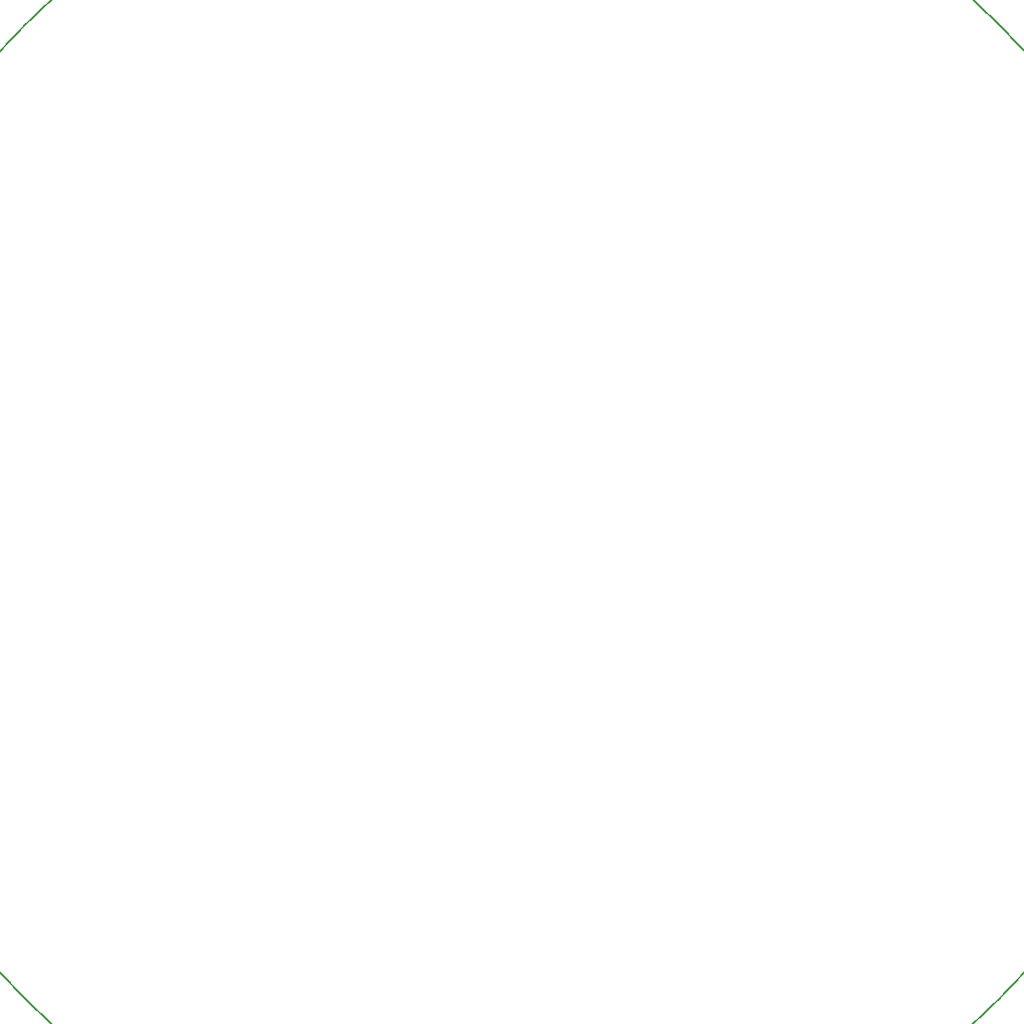
<source format=gbr>
G04 DipTrace 3.3.1.2*
G04 BoardOutline.gbr*
%MOIN*%
G04 #@! TF.FileFunction,Profile*
G04 #@! TF.Part,Single*
%ADD11C,0.005512*%
%FSLAX26Y26*%
G04*
G70*
G90*
G75*
G01*
G04 BoardOutline*
%LPD*%
X1125916Y1125947D2*
D11*
G03X4661450Y4661481I1767767J1767768D01*
G01*
G03X1125916Y1125947I-1767767J-1767767D01*
G01*
M02*

</source>
